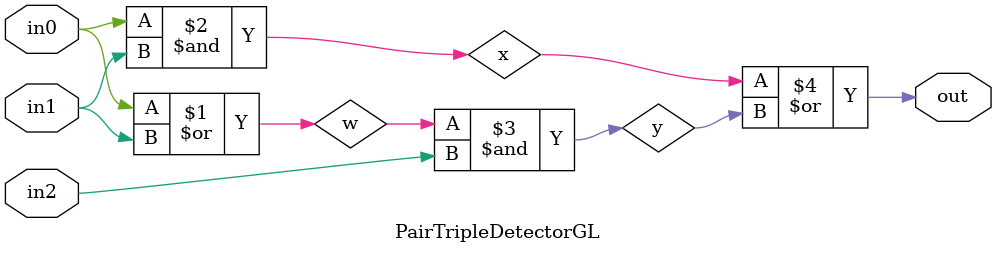
<source format=v>

`ifndef PAIR_TRIPLE_DETECTOR_GL_V
`define PAIR_TRIPLE_DETECTOR_GL_V

module PairTripleDetectorGL
(
  input  wire in0,
  input  wire in1,
  input  wire in2,
  output wire out
);

  //''' ACTIVITY '''''''''''''''''''''''''''''''''''''''''''''''''''''''''
  // Implement pair/triple detector using explicit gate-level modeling
  //''''''''''''''''''''''''''''''''''''''''''''''''''''''''''''''''''''''

wire w;
wire x;
wire y;

or(w, in0, in1);
and(x, in0, in1);
and(y, w, in2);
or(out, x, y);

endmodule

`endif /* PAIR_TRIPLE_DETECTOR_GL_V */


</source>
